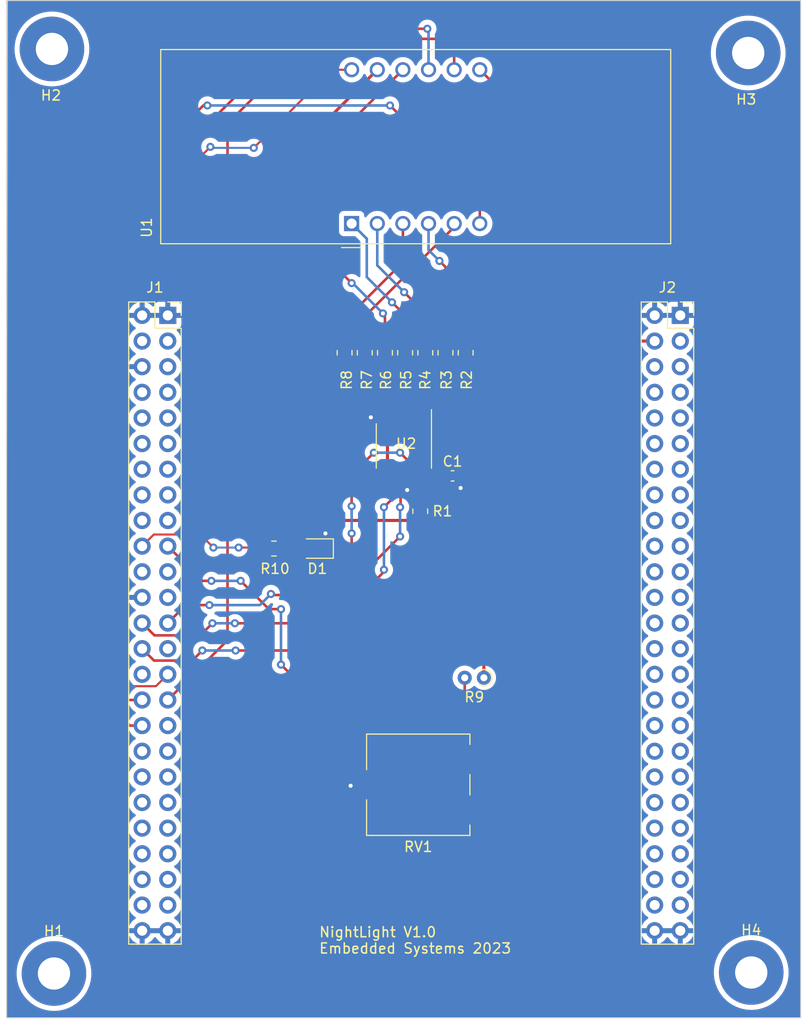
<source format=kicad_pcb>
(kicad_pcb (version 20221018) (generator pcbnew)
  (layers (0 "F.Cu" signal) (31 "B.Cu" signal) (34 "B.Paste" user) (35 "F.Paste" user) (36 "B.SilkS" user "B.Silkscreen") (37 "F.SilkS" user "F.Silkscreen") (38 "B.Mask" user) (39 "F.Mask" user) (44 "Edge.Cuts" user))
  (net 0 "")
  (net 1 "+5V")
  (net 2 "GND")
  (net 3 "Net-(D1-A)")
  (net 19 "LightSensor")
  (net 20 "LED")
  (net 24 "DS")
  (net 25 "ST_CP")
  (net 27 "SH_CP")
  (net 28 "Dig1")
  (net 30 "Dig3")
  (net 31 "Dig2")
  (net 33 "Dig4")
  (net 48 "+3V0")
  (net 91 "a")
  (net 92 "Net-(U1-a)")
  (net 93 "b")
  (net 94 "Net-(U1-b)")
  (net 95 "c")
  (net 96 "Net-(U1-c)")
  (net 97 "d")
  (net 98 "Net-(U1-d)")
  (net 99 "e")
  (net 100 "Net-(U1-e)")
  (net 101 "f")
  (net 102 "Net-(U1-f)")
  (net 103 "g")
  (net 104 "Net-(U1-g)")
  (net 105 "dp")
  (net 106 "Net-(U1-DPX)")
  (footprint "Connector_PinSocket_2.54mm:PinSocket_2x25_P2.54mm_Vertical" (layer "F.Cu") (at 174.4675 51.5)
    (fp_text reference "J2" (at -1.27 -2.77) (layer "F.SilkS"))
    (fp_text value "Discovery Board Conn 2")
    (fp_line (start -3.87 -1.33) (end -3.87 62.29) (stroke (width 0.12)) (layer "F.SilkS"))
    (fp_line (start -3.87 -1.33) (end -1.27 -1.33) (stroke (width 0.12)) (layer "F.SilkS"))
    (fp_line (start -3.87 62.29) (end 1.33 62.29) (stroke (width 0.12)) (layer "F.SilkS"))
    (fp_line (start -1.27 -1.33) (end -1.27 1.27) (stroke (width 0.12)) (layer "F.SilkS"))
    (fp_line (start -1.27 1.27) (end 1.33 1.27) (stroke (width 0.12)) (layer "F.SilkS"))
    (fp_line (start 0 -1.33) (end 1.33 -1.33) (stroke (width 0.12)) (layer "F.SilkS"))
    (fp_line (start 1.33 -1.33) (end 1.33 0) (stroke (width 0.12)) (layer "F.SilkS"))
    (fp_line (start 1.33 1.27) (end 1.33 62.29) (stroke (width 0.12)) (layer "F.SilkS"))
    (pad "1" thru_hole rect (at 0 0) (size 1.7 1.7) (drill 1) (layers "*.Cu" "*.Mask") (net 2 "GND"))
    (pad "2" thru_hole oval (at -2.54 0) (size 1.7 1.7) (drill 1) (layers "*.Cu" "*.Mask") (net 2 "GND"))
    (pad "3" thru_hole oval (at 0 2.54) (size 1.7 1.7) (drill 1) (layers "*.Cu" "*.Mask") (net 1 "+5V"))
    (pad "4" thru_hole oval (at -2.54 2.54) (size 1.7 1.7) (drill 1) (layers "*.Cu" "*.Mask") (net 1 "+5V"))
    (pad "5" thru_hole oval (at 0 5.08) (size 1.7 1.7) (drill 1) (layers "*.Cu" "*.Mask") (net 48 "+3V0"))
    (pad "6" thru_hole oval (at -2.54 5.08) (size 1.7 1.7) (drill 1) (layers "*.Cu" "*.Mask") (net 48 "+3V0"))
    (pad "7" thru_hole oval (at 0 7.62) (size 1.7 1.7) (drill 1) (layers "*.Cu" "*.Mask"))
    (pad "8" thru_hole oval (at -2.54 7.62) (size 1.7 1.7) (drill 1) (layers "*.Cu" "*.Mask"))
    (pad "9" thru_hole oval (at 0 10.16) (size 1.7 1.7) (drill 1) (layers "*.Cu" "*.Mask"))
    (pad "10" thru_hole oval (at -2.54 10.16) (size 1.7 1.7) (drill 1) (layers "*.Cu" "*.Mask"))
    (pad "11" thru_hole oval (at 0 12.7) (size 1.7 1.7) (drill 1) (layers "*.Cu" "*.Mask"))
    (pad "12" thru_hole oval (at -2.54 12.7) (size 1.7 1.7) (drill 1) (layers "*.Cu" "*.Mask"))
    (pad "13" thru_hole oval (at 0 15.24) (size 1.7 1.7) (drill 1) (layers "*.Cu" "*.Mask"))
    (pad "14" thru_hole oval (at -2.54 15.24) (size 1.7 1.7) (drill 1) (layers "*.Cu" "*.Mask"))
    (pad "15" thru_hole oval (at 0 17.78) (size 1.7 1.7) (drill 1) (layers "*.Cu" "*.Mask"))
    (pad "16" thru_hole oval (at -2.54 17.78) (size 1.7 1.7) (drill 1) (layers "*.Cu" "*.Mask"))
    (pad "17" thru_hole oval (at 0 20.32) (size 1.7 1.7) (drill 1) (layers "*.Cu" "*.Mask"))
    (pad "18" thru_hole oval (at -2.54 20.32) (size 1.7 1.7) (drill 1) (layers "*.Cu" "*.Mask"))
    (pad "19" thru_hole oval (at 0 22.86) (size 1.7 1.7) (drill 1) (layers "*.Cu" "*.Mask"))
    (pad "20" thru_hole oval (at -2.54 22.86) (size 1.7 1.7) (drill 1) (layers "*.Cu" "*.Mask"))
    (pad "21" thru_hole oval (at 0 25.4) (size 1.7 1.7) (drill 1) (layers "*.Cu" "*.Mask"))
    (pad "22" thru_hole oval (at -2.54 25.4) (size 1.7 1.7) (drill 1) (layers "*.Cu" "*.Mask"))
    (pad "23" thru_hole oval (at 0 27.94) (size 1.7 1.7) (drill 1) (layers "*.Cu" "*.Mask"))
    (pad "24" thru_hole oval (at -2.54 27.94) (size 1.7 1.7) (drill 1) (layers "*.Cu" "*.Mask"))
    (pad "25" thru_hole oval (at 0 30.48) (size 1.7 1.7) (drill 1) (layers "*.Cu" "*.Mask"))
    (pad "26" thru_hole oval (at -2.54 30.48) (size 1.7 1.7) (drill 1) (layers "*.Cu" "*.Mask"))
    (pad "27" thru_hole oval (at 0 33.02) (size 1.7 1.7) (drill 1) (layers "*.Cu" "*.Mask"))
    (pad "28" thru_hole oval (at -2.54 33.02) (size 1.7 1.7) (drill 1) (layers "*.Cu" "*.Mask"))
    (pad "29" thru_hole oval (at 0 35.56) (size 1.7 1.7) (drill 1) (layers "*.Cu" "*.Mask"))
    (pad "30" thru_hole oval (at -2.54 35.56) (size 1.7 1.7) (drill 1) (layers "*.Cu" "*.Mask"))
    (pad "31" thru_hole oval (at 0 38.1) (size 1.7 1.7) (drill 1) (layers "*.Cu" "*.Mask"))
    (pad "32" thru_hole oval (at -2.54 38.1) (size 1.7 1.7) (drill 1) (layers "*.Cu" "*.Mask"))
    (pad "33" thru_hole oval (at 0 40.64) (size 1.7 1.7) (drill 1) (layers "*.Cu" "*.Mask"))
    (pad "34" thru_hole oval (at -2.54 40.64) (size 1.7 1.7) (drill 1) (layers "*.Cu" "*.Mask"))
    (pad "35" thru_hole oval (at 0 43.18) (size 1.7 1.7) (drill 1) (layers "*.Cu" "*.Mask"))
    (pad "36" thru_hole oval (at -2.54 43.18) (size 1.7 1.7) (drill 1) (layers "*.Cu" "*.Mask"))
    (pad "37" thru_hole oval (at 0 45.72) (size 1.7 1.7) (drill 1) (layers "*.Cu" "*.Mask"))
    (pad "38" thru_hole oval (at -2.54 45.72) (size 1.7 1.7) (drill 1) (layers "*.Cu" "*.Mask"))
    (pad "39" thru_hole oval (at 0 48.26) (size 1.7 1.7) (drill 1) (layers "*.Cu" "*.Mask"))
    (pad "40" thru_hole oval (at -2.54 48.26) (size 1.7 1.7) (drill 1) (layers "*.Cu" "*.Mask"))
    (pad "41" thru_hole oval (at 0 50.8) (size 1.7 1.7) (drill 1) (layers "*.Cu" "*.Mask"))
    (pad "42" thru_hole oval (at -2.54 50.8) (size 1.7 1.7) (drill 1) (layers "*.Cu" "*.Mask"))
    (pad "43" thru_hole oval (at 0 53.34) (size 1.7 1.7) (drill 1) (layers "*.Cu" "*.Mask"))
    (pad "44" thru_hole oval (at -2.54 53.34) (size 1.7 1.7) (drill 1) (layers "*.Cu" "*.Mask"))
    (pad "45" thru_hole oval (at 0 55.88) (size 1.7 1.7) (drill 1) (layers "*.Cu" "*.Mask"))
    (pad "46" thru_hole oval (at -2.54 55.88) (size 1.7 1.7) (drill 1) (layers "*.Cu" "*.Mask"))
    (pad "47" thru_hole oval (at 0 58.42) (size 1.7 1.7) (drill 1) (layers "*.Cu" "*.Mask"))
    (pad "48" thru_hole oval (at -2.54 58.42) (size 1.7 1.7) (drill 1) (layers "*.Cu" "*.Mask"))
    (pad "49" thru_hole oval (at 0 60.96) (size 1.7 1.7) (drill 1) (layers "*.Cu" "*.Mask") (net 2 "GND"))
    (pad "50" thru_hole oval (at -2.54 60.96) (size 1.7 1.7) (drill 1) (layers "*.Cu" "*.Mask") (net 2 "GND"))
  )
  (footprint "Resistor_SMD:R_0805_2012Metric" (layer "F.Cu") (at 143.2 55.2 90)
    (fp_text reference "R7" (at -2.7 0.2 90) (layer "F.SilkS"))
    (fp_text value "100")
    (fp_line (start -0.227064 -0.735) (end 0.227064 -0.735) (stroke (width 0.12)) (layer "F.SilkS"))
    (fp_line (start -0.227064 0.735) (end 0.227064 0.735) (stroke (width 0.12)) (layer "F.SilkS"))
    (pad "1" smd roundrect (at -0.9125 0 90) (size 1.025 1.4) (layers "F.Cu" "F.Paste" "F.Mask") (roundrect_rratio 0.243902) (net 103 "g"))
    (pad "2" smd roundrect (at 0.9125 0 90) (size 1.025 1.4) (layers "F.Cu" "F.Paste" "F.Mask") (roundrect_rratio 0.243902) (net 104 "Net-(U1-g)"))
  )
  (footprint "Resistor_SMD:R_0805_2012Metric" (layer "F.Cu") (at 148.7 70.9 -90)
    (fp_text reference "R1" (at 0 -2.2 -180) (layer "F.SilkS"))
    (fp_text value "100")
    (fp_line (start -0.227064 -0.735) (end 0.227064 -0.735) (stroke (width 0.12)) (layer "F.SilkS"))
    (fp_line (start -0.227064 0.735) (end 0.227064 0.735) (stroke (width 0.12)) (layer "F.SilkS"))
    (pad "1" smd roundrect (at -0.9125 0 270) (size 1.025 1.4) (layers "F.Cu" "F.Paste" "F.Mask") (roundrect_rratio 0.243902) (net 91 "a"))
    (pad "2" smd roundrect (at 0.9125 0 270) (size 1.025 1.4) (layers "F.Cu" "F.Paste" "F.Mask") (roundrect_rratio 0.243902) (net 92 "Net-(U1-a)"))
  )
  (footprint "Resistor_SMD:R_0805_2012Metric" (layer "F.Cu") (at 147.2 55.2 90)
    (fp_text reference "R5" (at -2.7 0.1 90) (layer "F.SilkS"))
    (fp_text value "100")
    (fp_line (start -0.227064 -0.735) (end 0.227064 -0.735) (stroke (width 0.12)) (layer "F.SilkS"))
    (fp_line (start -0.227064 0.735) (end 0.227064 0.735) (stroke (width 0.12)) (layer "F.SilkS"))
    (pad "1" smd roundrect (at -0.9125 0 90) (size 1.025 1.4) (layers "F.Cu" "F.Paste" "F.Mask") (roundrect_rratio 0.243902) (net 99 "e"))
    (pad "2" smd roundrect (at 0.9125 0 90) (size 1.025 1.4) (layers "F.Cu" "F.Paste" "F.Mask") (roundrect_rratio 0.243902) (net 100 "Net-(U1-e)"))
  )
  (footprint "Resistor_THT:R_Axial_DIN0204_L3.6mm_D1.6mm_P1.90mm_Vertical" (layer "F.Cu") (at 155.005 87.4 180)
    (fp_text reference "R9" (at 0.95 -1.92) (layer "F.SilkS"))
    (fp_text value "1M")
    (fp_arc (start 0.320095 0.749359) (mid -0.813042 -0.054435) (end 0.417133 -0.7) (stroke (width 0.12)) (layer "F.SilkS"))
    (pad "1" thru_hole circle (at 0 0 180) (size 1.4 1.4) (drill 0.7) (layers "*.Cu" "*.Mask") (net 1 "+5V"))
    (pad "2" thru_hole oval (at 1.9 0 180) (size 1.4 1.4) (drill 0.7) (layers "*.Cu" "*.Mask") (net 19 "LightSensor"))
  )
  (footprint "Resistor_SMD:R_0805_2012Metric" (layer "F.Cu") (at 153.2 55.2 90)
    (fp_text reference "R2" (at -2.7 0.1 270) (layer "F.SilkS"))
    (fp_text value "100")
    (fp_line (start -0.227064 -0.735) (end 0.227064 -0.735) (stroke (width 0.12)) (layer "F.SilkS"))
    (fp_line (start -0.227064 0.735) (end 0.227064 0.735) (stroke (width 0.12)) (layer "F.SilkS"))
    (pad "1" smd roundrect (at -0.9125 0 90) (size 1.025 1.4) (layers "F.Cu" "F.Paste" "F.Mask") (roundrect_rratio 0.243902) (net 93 "b"))
    (pad "2" smd roundrect (at 0.9125 0 90) (size 1.025 1.4) (layers "F.Cu" "F.Paste" "F.Mask") (roundrect_rratio 0.243902) (net 94 "Net-(U1-b)"))
  )
  (footprint "MountingHole:MountingHole_3.2mm_M3_Pad" (layer "F.Cu") (at 181.2 25.5)
    (fp_text reference "H3" (at -0.2 4.6) (layer "F.SilkS"))
    (fp_text value "MountingHole")
    (pad "1" thru_hole circle (at 0 0) (size 6.4 6.4) (drill 3.2) (layers "*.Cu" "*.Mask"))
  )
  (footprint "Resistor_SMD:R_0805_2012Metric" (layer "F.Cu") (at 151.2 55.2 90)
    (fp_text reference "R3" (at -2.7 0.1 270) (layer "F.SilkS"))
    (fp_text value "100")
    (fp_line (start -0.227064 -0.735) (end 0.227064 -0.735) (stroke (width 0.12)) (layer "F.SilkS"))
    (fp_line (start -0.227064 0.735) (end 0.227064 0.735) (stroke (width 0.12)) (layer "F.SilkS"))
    (pad "1" smd roundrect (at -0.9125 0 90) (size 1.025 1.4) (layers "F.Cu" "F.Paste" "F.Mask") (roundrect_rratio 0.243902) (net 95 "c"))
    (pad "2" smd roundrect (at 0.9125 0 90) (size 1.025 1.4) (layers "F.Cu" "F.Paste" "F.Mask") (roundrect_rratio 0.243902) (net 96 "Net-(U1-c)"))
  )
  (footprint "Capacitor_SMD:C_0603_1608Metric" (layer "F.Cu") (at 151.9 67.4)
    (fp_text reference "C1" (at 0 -1.43) (layer "F.SilkS"))
    (fp_text value "0.1uF")
    (fp_line (start -0.14058 -0.51) (end 0.14058 -0.51) (stroke (width 0.12)) (layer "F.SilkS"))
    (fp_line (start -0.14058 0.51) (end 0.14058 0.51) (stroke (width 0.12)) (layer "F.SilkS"))
    (pad "1" smd roundrect (at -0.775 0) (size 0.9 0.95) (layers "F.Cu" "F.Paste" "F.Mask") (net 1 "+5V"))
    (pad "2" smd roundrect (at 0.775 0) (size 0.9 0.95) (layers "F.Cu" "F.Paste" "F.Mask") (net 2 "GND"))
  )
  (footprint "Package_SO:TSSOP-16_4.4x5mm_P0.65mm" (layer "F.Cu") (at 147.075 64.4375 -90)
    (fp_text reference "U2" (at -0.2375 -0.225 -180) (layer "F.SilkS"))
    (fp_text value "74HC595")
    (fp_line (start 0 -2.735) (end -3.6 -2.735) (stroke (width 0.12)) (layer "F.SilkS"))
    (fp_line (start 0 -2.735) (end 2.2 -2.735) (stroke (width 0.12)) (layer "F.SilkS"))
    (fp_line (start 0 2.735) (end -2.2 2.735) (stroke (width 0.12)) (layer "F.SilkS"))
    (fp_line (start 0 2.735) (end 2.2 2.735) (stroke (width 0.12)) (layer "F.SilkS"))
    (pad "1" smd roundrect (at -2.8625 -2.275 270) (size 1.475 0.4) (layers "F.Cu" "F.Paste" "F.Mask") (net 93 "b"))
    (pad "2" smd roundrect (at -2.8625 -1.625 270) (size 1.475 0.4) (layers "F.Cu" "F.Paste" "F.Mask") (net 95 "c"))
    (pad "3" smd roundrect (at -2.8625 -0.975 270) (size 1.475 0.4) (layers "F.Cu" "F.Paste" "F.Mask") (net 97 "d"))
    (pad "4" smd roundrect (at -2.8625 -0.325 270) (size 1.475 0.4) (layers "F.Cu" "F.Paste" "F.Mask") (net 99 "e"))
    (pad "5" smd roundrect (at -2.8625 0.325 270) (size 1.475 0.4) (layers "F.Cu" "F.Paste" "F.Mask") (net 101 "f"))
    (pad "6" smd roundrect (at -2.8625 0.975 270) (size 1.475 0.4) (layers "F.Cu" "F.Paste" "F.Mask") (net 103 "g"))
    (pad "7" smd roundrect (at -2.8625 1.625 270) (size 1.475 0.4) (layers "F.Cu" "F.Paste" "F.Mask") (net 105 "dp"))
    (pad "8" smd roundrect (at -2.8625 2.275 270) (size 1.475 0.4) (layers "F.Cu" "F.Paste" "F.Mask") (net 2 "GND"))
    (pad "9" smd roundrect (at 2.8625 2.275 270) (size 1.475 0.4) (layers "F.Cu" "F.Paste" "F.Mask"))
    (pad "10" smd roundrect (at 2.8625 1.625 270) (size 1.475 0.4) (layers "F.Cu" "F.Paste" "F.Mask") (net 1 "+5V"))
    (pad "11" smd roundrect (at 2.8625 0.975 270) (size 1.475 0.4) (layers "F.Cu" "F.Paste" "F.Mask") (net 27 "SH_CP"))
    (pad "12" smd roundrect (at 2.8625 0.325 270) (size 1.475 0.4) (layers "F.Cu" "F.Paste" "F.Mask") (net 25 "ST_CP"))
    (pad "13" smd roundrect (at 2.8625 -0.325 270) (size 1.475 0.4) (layers "F.Cu" "F.Paste" "F.Mask") (net 2 "GND"))
    (pad "14" smd roundrect (at 2.8625 -0.975 270) (size 1.475 0.4) (layers "F.Cu" "F.Paste" "F.Mask") (net 24 "DS"))
    (pad "15" smd roundrect (at 2.8625 -1.625 270) (size 1.475 0.4) (layers "F.Cu" "F.Paste" "F.Mask") (net 91 "a"))
    (pad "16" smd roundrect (at 2.8625 -2.275 270) (size 1.475 0.4) (layers "F.Cu" "F.Paste" "F.Mask") (net 1 "+5V"))
  )
  (footprint "MountingHole:MountingHole_3.2mm_M3_Pad" (layer "F.Cu") (at 181.5 116.6)
    (fp_text reference "H4" (at 0 -4.2) (layer "F.SilkS"))
    (fp_text value "MountingHole")
    (pad "1" thru_hole circle (at 0 0) (size 6.4 6.4) (drill 3.2) (layers "*.Cu" "*.Mask"))
  )
  (footprint "Resistor_SMD:R_0805_2012Metric" (layer "F.Cu") (at 141.2 55.2 90)
    (fp_text reference "R8" (at -2.7 0.2 270) (layer "F.SilkS"))
    (fp_text value "100")
    (fp_line (start -0.227064 -0.735) (end 0.227064 -0.735) (stroke (width 0.12)) (layer "F.SilkS"))
    (fp_line (start -0.227064 0.735) (end 0.227064 0.735) (stroke (width 0.12)) (layer "F.SilkS"))
    (pad "1" smd roundrect (at -0.9125 0 90) (size 1.025 1.4) (layers "F.Cu" "F.Paste" "F.Mask") (roundrect_rratio 0.243902) (net 105 "dp"))
    (pad "2" smd roundrect (at 0.9125 0 90) (size 1.025 1.4) (layers "F.Cu" "F.Paste" "F.Mask") (roundrect_rratio 0.243902) (net 106 "Net-(U1-DPX)"))
  )
  (footprint "MountingHole:MountingHole_3.2mm_M3_Pad" (layer "F.Cu") (at 112.2 25.1)
    (fp_text reference "H2" (at -0.1 4.6) (layer "F.SilkS"))
    (fp_text value "MountingHole")
    (pad "1" thru_hole circle (at 0 0) (size 6.4 6.4) (drill 3.2) (layers "*.Cu" "*.Mask"))
  )
  (footprint "Resistor_SMD:R_0805_2012Metric" (layer "F.Cu") (at 134.2 74.6 180)
    (fp_text reference "R10" (at -0.1 -2) (layer "F.SilkS"))
    (fp_text value "330")
    (fp_line (start -0.227064 -0.735) (end 0.227064 -0.735) (stroke (width 0.12)) (layer "F.SilkS"))
    (fp_line (start -0.227064 0.735) (end 0.227064 0.735) (stroke (width 0.12)) (layer "F.SilkS"))
    (pad "1" smd roundrect (at -0.9125 0 180) (size 1.025 1.4) (layers "F.Cu" "F.Paste" "F.Mask") (roundrect_rratio 0.243902) (net 3 "Net-(D1-A)"))
    (pad "2" smd roundrect (at 0.9125 0 180) (size 1.025 1.4) (layers "F.Cu" "F.Paste" "F.Mask") (roundrect_rratio 0.243902) (net 20 "LED"))
  )
  (footprint "Resistor_SMD:R_0805_2012Metric" (layer "F.Cu") (at 149.2 55.2 90)
    (fp_text reference "R4" (at -2.7 0 90) (layer "F.SilkS"))
    (fp_text value "100")
    (fp_line (start -0.227064 -0.735) (end 0.227064 -0.735) (stroke (width 0.12)) (layer "F.SilkS"))
    (fp_line (start -0.227064 0.735) (end 0.227064 0.735) (stroke (width 0.12)) (layer "F.SilkS"))
    (pad "1" smd roundrect (at -0.9125 0 90) (size 1.025 1.4) (layers "F.Cu" "F.Paste" "F.Mask") (roundrect_rratio 0.243902) (net 97 "d"))
    (pad "2" smd roundrect (at 0.9125 0 90) (size 1.025 1.4) (layers "F.Cu" "F.Paste" "F.Mask") (roundrect_rratio 0.243902) (net 98 "Net-(U1-d)"))
  )
  (footprint "LED_SMD:LED_0805_2012Metric" (layer "F.Cu") (at 138.4 74.6 180)
    (fp_text reference "D1" (at -0.1 -2) (layer "F.SilkS"))
    (fp_text value "LED")
    (fp_line (start -1.685 -0.96) (end -1.685 0.96) (stroke (width 0.12)) (layer "F.SilkS"))
    (fp_line (start -1.685 0.96) (end 1 0.96) (stroke (width 0.12)) (layer "F.SilkS"))
    (fp_line (start 1 -0.96) (end -1.685 -0.96) (stroke (width 0.12)) (layer "F.SilkS"))
    (pad "1" smd roundrect (at -0.9375 0 180) (size 0.975 1.4) (layers "F.Cu" "F.Paste" "F.Mask") (net 2 "GND"))
    (pad "2" smd roundrect (at 0.9375 0 180) (size 0.975 1.4) (layers "F.Cu" "F.Paste" "F.Mask") (net 3 "Net-(D1-A)"))
  )
  (footprint "Display_7Segment:CA56-12EWA" (layer "F.Cu") (at 141.9 42.4 90)
    (fp_text reference "U1" (at -0.4 -20.31 90) (layer "F.SilkS"))
    (fp_text value "CA56-12EWA")
    (fp_line (start -2.38 -1) (end -2.38 1) (stroke (width 0.12)) (layer "F.SilkS"))
    (fp_line (start -2 -18.92) (end -2 31.62) (stroke (width 0.12)) (layer "F.SilkS"))
    (fp_line (start -2 -18.92) (end 17.24 -18.92) (stroke (width 0.12)) (layer "F.SilkS"))
    (fp_line (start -2 31.62) (end 17.24 31.62) (stroke (width 0.12)) (layer "F.SilkS"))
    (fp_line (start 17.24 31.62) (end 17.24 -18.92) (stroke (width 0.12)) (layer "F.SilkS"))
    (pad "1" thru_hole rect (at 0 0 90) (size 1.5 1.5) (drill 1) (layers "*.Cu" "*.Mask") (net 100 "Net-(U1-e)"))
    (pad "2" thru_hole circle (at 0 2.54 90) (size 1.5 1.5) (drill 1) (layers "*.Cu" "*.Mask") (net 98 "Net-(U1-d)"))
    (pad "3" thru_hole circle (at 0 5.08 90) (size 1.5 1.5) (drill 1) (layers "*.Cu" "*.Mask") (net 106 "Net-(U1-DPX)"))
    (pad "4" thru_hole circle (at 0 7.62 90) (size 1.5 1.5) (drill 1) (layers "*.Cu" "*.Mask") (net 96 "Net-(U1-c)"))
    (pad "5" thru_hole circle (at 0 10.16 90) (size 1.5 1.5) (drill 1) (layers "*.Cu" "*.Mask") (net 104 "Net-(U1-g)"))
    (pad "6" thru_hole circle (at 0 12.7 90) (size 1.5 1.5) (drill 1) (layers "*.Cu" "*.Mask") (net 33 "Dig4"))
    (pad "7" thru_hole circle (at 15.24 12.7 90) (size 1.5 1.5) (drill 1) (layers "*.Cu" "*.Mask") (net 94 "Net-(U1-b)"))
    (pad "8" thru_hole circle (at 15.24 10.16 90) (size 1.5 1.5) (drill 1) (layers "*.Cu" "*.Mask") (net 30 "Dig3"))
    (pad "9" thru_hole circle (at 15.24 7.62 90) (size 1.5 1.5) (drill 1) (layers "*.Cu" "*.Mask") (net 31 "Dig2"))
    (pad "10" thru_hole circle (at 15.24 5.08 90) (size 1.5 1.5) (drill 1) (layers "*.Cu" "*.Mask") (net 102 "Net-(U1-f)"))
    (pad "11" thru_hole circle (at 15.24 2.54 90) (size 1.5 1.5) (drill 1) (layers "*.Cu" "*.Mask") (net 92 "Net-(U1-a)"))
    (pad "12" thru_hole circle (at 15.24 0 90) (size 1.5 1.5) (drill 1) (layers "*.Cu" "*.Mask") (net 28 "Dig1"))
  )
  (footprint "Potentiometer_SMD:Potentiometer_ACP_CA9-VSMD_Vertical" (layer "F.Cu") (at 148.5 98 180)
    (fp_text reference "RV1" (at 0 -6.15) (layer "F.SilkS"))
    (fp_text value "100k")
    (fp_line (start -5.12 -5.021) (end -5.12 -3.991) (stroke (width 0.12)) (layer "F.SilkS"))
    (fp_line (start -5.12 -5.021) (end 5.12 -5.021) (stroke (width 0.12)) (layer "F.SilkS"))
    (fp_line (start -5.12 -1.009) (end -5.12 1.01) (stroke (width 0.12)) (layer "F.SilkS"))
    (fp_line (start -5.12 3.99) (end -5.12 5.02) (stroke (width 0.12)) (layer "F.SilkS"))
    (fp_line (start -5.12 5.02) (end 5.12 5.02) (stroke (width 0.12)) (layer "F.SilkS"))
    (fp_line (start 5.12 -5.021) (end 5.12 -1.49) (stroke (width 0.12)) (layer "F.SilkS"))
    (fp_line (start 5.12 1.49) (end 5.12 5.02) (stroke (width 0.12)) (layer "F.SilkS"))
    (pad "1" smd rect (at -4.625 2.5 180) (size 2.5 2.5) (layers "F.Cu" "F.Paste" "F.Mask") (net 19 "LightSensor"))
    (pad "2" smd rect (at 4.625 0 180) (size 2.5 2.5) (layers "F.Cu" "F.Paste" "F.Mask") (net 2 "GND"))
    (pad "3" smd rect (at -4.625 -2.5 180) (size 2.5 2.5) (layers "F.Cu" "F.Paste" "F.Mask"))
  )
  (footprint "Connector_PinSocket_2.54mm:PinSocket_2x25_P2.54mm_Vertical" (layer "F.Cu") (at 123.6775 51.5)
    (fp_text reference "J1" (at -1.27 -2.77) (layer "F.SilkS"))
    (fp_text value "Discovery Board Conn 1")
    (fp_line (start -3.87 -1.33) (end -3.87 62.29) (stroke (width 0.12)) (layer "F.SilkS"))
    (fp_line (start -3.87 -1.33) (end -1.27 -1.33) (stroke (width 0.12)) (layer "F.SilkS"))
    (fp_line (start -3.87 62.29) (end 1.33 62.29) (stroke (width 0.12)) (layer "F.SilkS"))
    (fp_line (start -1.27 -1.33) (end -1.27 1.27) (stroke (width 0.12)) (layer "F.SilkS"))
    (fp_line (start -1.27 1.27) (end 1.33 1.27) (stroke (width 0.12)) (layer "F.SilkS"))
    (fp_line (start 0 -1.33) (end 1.33 -1.33) (stroke (width 0.12)) (layer "F.SilkS"))
    (fp_line (start 1.33 -1.33) (end 1.33 0) (stroke (width 0.12)) (layer "F.SilkS"))
    (fp_line (start 1.33 1.27) (end 1.33 62.29) (stroke (width 0.12)) (layer "F.SilkS"))
    (pad "1" thru_hole rect (at 0 0) (size 1.7 1.7) (drill 1) (layers "*.Cu" "*.Mask") (net 2 "GND"))
    (pad "2" thru_hole oval (at -2.54 0) (size 1.7 1.7) (drill 1) (layers "*.Cu" "*.Mask") (net 2 "GND"))
    (pad "3" thru_hole oval (at 0 2.54) (size 1.7 1.7) (drill 1) (layers "*.Cu" "*.Mask"))
    (pad "4" thru_hole oval (at -2.54 2.54) (size 1.7 1.7) (drill 1) (layers "*.Cu" "*.Mask"))
    (pad "5" thru_hole oval (at 0 5.08) (size 1.7 1.7) (drill 1) (layers "*.Cu" "*.Mask"))
    (pad "6" thru_hole oval (at -2.54 5.08) (size 1.7 1.7) (drill 1) (layers "*.Cu" "*.Mask") (net 2 "GND"))
    (pad "7" thru_hole oval (at 0 7.62) (size 1.7 1.7) (drill 1) (layers "*.Cu" "*.Mask"))
    (pad "8" thru_hole oval (at -2.54 7.62) (size 1.7 1.7) (drill 1) (layers "*.Cu" "*.Mask"))
    (pad "9" thru_hole oval (at 0 10.16) (size 1.7 1.7) (drill 1) (layers "*.Cu" "*.Mask"))
    (pad "10" thru_hole oval (at -2.54 10.16) (size 1.7 1.7) (drill 1) (layers "*.Cu" "*.Mask"))
    (pad "11" thru_hole oval (at 0 12.7) (size 1.7 1.7) (drill 1) (layers "*.Cu" "*.Mask"))
    (pad "12" thru_hole oval (at -2.54 12.7) (size 1.7 1.7) (drill 1) (layers "*.Cu" "*.Mask"))
    (pad "13" thru_hole oval (at 0 15.24) (size 1.7 1.7) (drill 1) (layers "*.Cu" "*.Mask"))
    (pad "14" thru_hole oval (at -2.54 15.24) (size 1.7 1.7) (drill 1) (layers "*.Cu" "*.Mask"))
    (pad "15" thru_hole oval (at 0 17.78) (size 1.7 1.7) (drill 1) (layers "*.Cu" "*.Mask"))
    (pad "16" thru_hole oval (at -2.54 17.78) (size 1.7 1.7) (drill 1) (layers "*.Cu" "*.Mask"))
    (pad "17" thru_hole oval (at 0 20.32) (size 1.7 1.7) (drill 1) (layers "*.Cu" "*.Mask"))
    (pad "18" thru_hole oval (at -2.54 20.32) (size 1.7 1.7) (drill 1) (layers "*.Cu" "*.Mask"))
    (pad "19" thru_hole oval (at 0 22.86) (size 1.7 1.7) (drill 1) (layers "*.Cu" "*.Mask") (net 19 "LightSensor"))
    (pad "20" thru_hole oval (at -2.54 22.86) (size 1.7 1.7) (drill 1) (layers "*.Cu" "*.Mask") (net 20 "LED"))
    (pad "21" thru_hole oval (at 0 25.4) (size 1.7 1.7) (drill 1) (layers "*.Cu" "*.Mask"))
    (pad "22" thru_hole oval (at -2.54 25.4) (size 1.7 1.7) (drill 1) (layers "*.Cu" "*.Mask"))
    (pad "23" thru_hole oval (at 0 27.94) (size 1.7 1.7) (drill 1) (layers "*.Cu" "*.Mask"))
    (pad "24" thru_hole oval (at -2.54 27.94) (size 1.7 1.7) (drill 1) (layers "*.Cu" "*.Mask") (net 2 "GND"))
    (pad "25" thru_hole oval (at 0 30.48) (size 1.7 1.7) (drill 1) (layers "*.Cu" "*.Mask") (net 24 "DS"))
    (pad "26" thru_hole oval (at -2.54 30.48) (size 1.7 1.7) (drill 1) (layers "*.Cu" "*.Mask") (net 25 "ST_CP"))
    (pad "27" thru_hole oval (at 0 33.02) (size 1.7 1.7) (drill 1) (layers "*.Cu" "*.Mask"))
    (pad "28" thru_hole oval (at -2.54 33.02) (size 1.7 1.7) (drill 1) (layers "*.Cu" "*.Mask") (net 27 "SH_CP"))
    (pad "29" thru_hole oval (at 0 35.56) (size 1.7 1.7) (drill 1) (layers "*.Cu" "*.Mask") (net 28 "Dig1"))
    (pad "30" thru_hole oval (at -2.54 35.56) (size 1.7 1.7) (drill 1) (layers "*.Cu" "*.Mask"))
    (pad "31" thru_hole oval (at 0 38.1) (size 1.7 1.7) (drill 1) (layers "*.Cu" "*.Mask") (net 30 "Dig3"))
    (pad "32" thru_hole oval (at -2.54 38.1) (size 1.7 1.7) (drill 1) (layers "*.Cu" "*.Mask") (net 31 "Dig2"))
    (pad "33" thru_hole oval (at 0 40.64) (size 1.7 1.7) (drill 1) (layers "*.Cu" "*.Mask"))
    (pad "34" thru_hole oval (at -2.54 40.64) (size 1.7 1.7) (drill 1) (layers "*.Cu" "*.Mask") (net 33 "Dig4"))
    (pad "35" thru_hole oval (at 0 43.18) (size 1.7 1.7) (drill 1) (layers "*.Cu" "*.Mask"))
    (pad "36" thru_hole oval (at -2.54 43.18) (size 1.7 1.7) (drill 1) (layers "*.Cu" "*.Mask"))
    (pad "37" thru_hole oval (at 0 45.72) (size 1.7 1.7) (drill 1) (layers "*.Cu" "*.Mask"))
    (pad "38" thru_hole oval (at -2.54 45.72) (size 1.7 1.7) (drill 1) (layers "*.Cu" "*.Mask"))
    (pad "39" thru_hole oval (at 0 48.26) (size 1.7 1.7) (drill 1) (layers "*.Cu" "*.Mask"))
    (pad "40" thru_hole oval (at -2.54 48.26) (size 1.7 1.7) (drill 1) (layers "*.Cu" "*.Mask"))
    (pad "41" thru_hole oval (at 0 50.8) (size 1.7 1.7) (drill 1) (layers "*.Cu" "*.Mask"))
    (pad "42" thru_hole oval (at -2.54 50.8) (size 1.7 1.7) (drill 1) (layers "*.Cu" "*.Mask"))
    (pad "43" thru_hole oval (at 0 53.34) (size 1.7 1.7) (drill 1) (layers "*.Cu" "*.Mask"))
    (pad "44" thru_hole oval (at -2.54 53.34) (size 1.7 1.7) (drill 1) (layers "*.Cu" "*.Mask"))
    (pad "45" thru_hole oval (at 0 55.88) (size 1.7 1.7) (drill 1) (layers "*.Cu" "*.Mask"))
    (pad "46" thru_hole oval (at -2.54 55.88) (size 1.7 1.7) (drill 1) (layers "*.Cu" "*.Mask"))
    (pad "47" thru_hole oval (at 0 58.42) (size 1.7 1.7) (drill 1) (layers "*.Cu" "*.Mask"))
    (pad "48" thru_hole oval (at -2.54 58.42) (size 1.7 1.7) (drill 1) (layers "*.Cu" "*.Mask"))
    (pad "49" thru_hole oval (at 0 60.96) (size 1.7 1.7) (drill 1) (layers "*.Cu" "*.Mask") (net 2 "GND"))
    (pad "50" thru_hole oval (at -2.54 60.96) (size 1.7 1.7) (drill 1) (layers "*.Cu" "*.Mask") (net 2 "GND"))
  )
  (footprint "Resistor_SMD:R_0805_2012Metric" (layer "F.Cu") (at 145.2 55.2 90)
    (fp_text reference "R6" (at -2.7 0.1 270) (layer "F.SilkS"))
    (fp_text value "100")
    (fp_line (start -0.227064 -0.735) (end 0.227064 -0.735) (stroke (width 0.12)) (layer "F.SilkS"))
    (fp_line (start -0.227064 0.735) (end 0.227064 0.735) (stroke (width 0.12)) (layer "F.SilkS"))
    (pad "1" smd roundrect (at -0.9125 0 90) (size 1.025 1.4) (layers "F.Cu" "F.Paste" "F.Mask") (roundrect_rratio 0.243902) (net 101 "f"))
    (pad "2" smd roundrect (at 0.9125 0 90) (size 1.025 1.4) (layers "F.Cu" "F.Paste" "F.Mask") (roundrect_rratio 0.243902) (net 102 "Net-(U1-f)"))
  )
  (footprint "MountingHole:MountingHole_3.2mm_M3_Pad" (layer "F.Cu") (at 112.4 116.7)
    (fp_text reference "H1" (at 0 -4.2) (layer "F.SilkS"))
    (fp_text value "MountingHole")
    (pad "1" thru_hole circle (at 0 0) (size 6.4 6.4) (drill 3.2) (layers "*.Cu" "*.Mask"))
  )
  (gr_rect (start 107.7 20.3) (end 186.4 121.1) (stroke (width 0.1)) (fill none) (layer "Edge.Cuts"))
  (gr_text "NightLight V1.0\nEmbedded Systems 2023" (at 138.6 114.8) (layer "F.SilkS") (effects (font (size 1 1)) (justify left bottom)))
  (segment (start 149.45 67.4) (end 149.35 67.3) (width 0.3048) (layer "F.Cu") (net 1))
  (segment (start 164.485 54.04) (end 155.0625 63.4625) (width 0.3048) (layer "F.Cu") (net 1))
  (segment (start 149.35 64.25) (end 149.35 67.3) (width 0.3048) (layer "F.Cu") (net 1))
  (segment (start 155.0625 63.4625) (end 154.4625 64.0625) (width 0.3048) (layer "F.Cu") (net 1))
  (segment (start 149 63.9) (end 149.35 64.25) (width 0.3048) (layer "F.Cu") (net 1))
  (segment (start 145.7 63.9) (end 149 63.9) (width 0.3048) (layer "F.Cu") (net 1))
  (segment (start 155.005 87.4) (end 155.005 63.52) (width 0.3048) (layer "F.Cu") (net 1))
  (segment (start 171.9275 54.04) (end 164.485 54.04) (width 0.3048) (layer "F.Cu") (net 1))
  (segment (start 145.45 64.15) (end 145.7 63.9) (width 0.3048) (layer "F.Cu") (net 1))
  (segment (start 151.125 67.4) (end 149.45 67.4) (width 0.3048) (layer "F.Cu") (net 1))
  (segment (start 154.4625 64.0625) (end 151.125 67.4) (width 0.3048) (layer "F.Cu") (net 1))
  (segment (start 155.005 63.52) (end 155.0625 63.4625) (width 0.3048) (layer "F.Cu") (net 1))
  (segment (start 145.45 67.3) (end 145.45 64.15) (width 0.3048) (layer "F.Cu") (net 1))
  (segment (start 152.675 67.4) (end 152.675 68.575) (width 0.508) (layer "F.Cu") (net 2))
  (segment (start 147.4 67.3) (end 147.4 68.8) (width 0.254) (layer "F.Cu") (net 2))
  (segment (start 143.875 98) (end 141.9 98) (width 0.508) (layer "F.Cu") (net 2))
  (segment (start 143.825 61.575) (end 143.8 61.6) (width 0.3048) (layer "F.Cu") (net 2))
  (segment (start 152.675 68.575) (end 152.7 68.6) (width 0.508) (layer "F.Cu") (net 2))
  (segment (start 139.3 73.1) (end 139.3 74.5625) (width 0.508) (layer "F.Cu") (net 2))
  (segment (start 139.3 74.5625) (end 139.3375 74.6) (width 0.508) (layer "F.Cu") (net 2))
  (segment (start 141.9 98) (end 141.8 98.1) (width 0.508) (layer "F.Cu") (net 2))
  (segment (start 144.8 61.575) (end 143.825 61.575) (width 0.3048) (layer "F.Cu") (net 2))
  (via (at 152.7 68.6) (size 0.6) (drill 0.4) (layers "F.Cu" "B.Cu") (net 2))
  (via (at 143.8 61.6) (size 0.6) (drill 0.4) (layers "F.Cu" "B.Cu") (net 2))
  (via (at 147.4 68.8) (size 0.6) (drill 0.4) (layers "F.Cu" "B.Cu") (net 2))
  (via (at 139.3 73.1) (size 0.6) (drill 0.4) (layers "F.Cu" "B.Cu") (net 2))
  (via (at 141.8 98.1) (size 0.6) (drill 0.4) (layers "F.Cu" "B.Cu") (net 2))
  (segment (start 135.1125 74.6) (end 137.4625 74.6) (width 0.2032) (layer "F.Cu") (net 3))
  (segment (start 153.105 90.7) (end 139.5 90.7) (width 0.254) (layer "F.Cu") (net 19))
  (segment (start 153.105 90.7) (end 153.105 95.48) (width 0.254) (layer "F.Cu") (net 19))
  (segment (start 128 77.8) (end 127.1175 77.8) (width 0.254) (layer "F.Cu") (net 19))
  (segment (start 139.5 90.7) (end 134.9 86.1) (width 0.254) (layer "F.Cu") (net 19))
  (segment (start 133.7 80.6) (end 130.9 77.8) (width 0.254) (layer "F.Cu") (net 19))
  (segment (start 134.9 80.6) (end 133.7 80.6) (width 0.254) (layer "F.Cu") (net 19))
  (segment (start 127.1175 77.8) (end 123.6775 74.36) (width 0.254) (layer "F.Cu") (net 19))
  (segment (start 153.105 95.48) (end 153.125 95.5) (width 0.254) (layer "F.Cu") (net 19))
  (segment (start 153.105 87.4) (end 153.105 90.7) (width 0.254) (layer "F.Cu") (net 19))
  (via (at 134.9 80.6) (size 0.8) (drill 0.4) (layers "F.Cu" "B.Cu") (net 19))
  (via (at 134.9 86.1) (size 0.8) (drill 0.4) (layers "F.Cu" "B.Cu") (net 19))
  (via (at 128 77.8) (size 0.8) (drill 0.4) (layers "F.Cu" "B.Cu") (net 19))
  (via (at 130.9 77.8) (size 0.8) (drill 0.4) (layers "F.Cu" "B.Cu") (net 19))
  (segment (start 130.9 77.8) (end 128 77.8) (width 0.254) (layer "B.Cu") (net 19))
  (segment (start 134.9 80.6) (end 134.9 83.3) (width 0.254) (layer "B.Cu") (net 19))
  (segment (start 134.9 83.3) (end 134.9 86.1) (width 0.254) (layer "B.Cu") (net 19))
  (segment (start 133.1875 74.5) (end 133.2875 74.6) (width 0.2032) (layer "F.Cu") (net 20))
  (segment (start 121.1375 74.36) (end 122.2891 73.2084) (width 0.2032) (layer "F.Cu") (net 20))
  (segment (start 122.2891 73.2084) (end 126.9084 73.2084) (width 0.2032) (layer "F.Cu") (net 20))
  (segment (start 130.7 74.5) (end 133.1875 74.5) (width 0.2032) (layer "F.Cu") (net 20))
  (segment (start 126.9084 73.2084) (end 128.2 74.5) (width 0.2032) (layer "F.Cu") (net 20))
  (via (at 128.2 74.5) (size 0.8) (drill 0.4) (layers "F.Cu" "B.Cu") (net 20))
  (via (at 130.7 74.5) (size 0.8) (drill 0.4) (layers "F.Cu" "B.Cu") (net 20))
  (segment (start 128.2 74.5) (end 130.7 74.5) (width 0.2032) (layer "B.Cu") (net 20))
  (segment (start 125.4575 80.2) (end 123.6775 81.98) (width 0.254) (layer "F.Cu") (net 24))
  (segment (start 141.9 76.3) (end 139 79.2) (width 0.254) (layer "F.Cu") (net 24))
  (segment (start 141.9 67.3) (end 141.9 70.4) (width 0.254) (layer "F.Cu") (net 24))
  (segment (start 127.8 80.2) (end 125.4575 80.2) (width 0.254) (layer "F.Cu") (net 24))
  (segment (start 148.05 66.45) (end 146.7 65.1) (width 0.254) (layer "F.Cu") (net 24))
  (segment (start 144.1 65.1) (end 141.9 67.3) (width 0.254) (layer "F.Cu") (net 24))
  (segment (start 141.9 73.1) (end 141.9 76.3) (width 0.254) (layer "F.Cu") (net 24))
  (segment (start 148.05 67.3) (end 148.05 66.45) (width 0.254) (layer "F.Cu") (net 24))
  (segment (start 139 79.2) (end 134 79.2) (width 0.254) (layer "F.Cu") (net 24))
  (segment (start 134 79.2) (end 133.9 79.1) (width 0.254) (layer "F.Cu") (net 24))
  (via (at 127.8 80.2) (size 0.8) (drill 0.4) (layers "F.Cu" "B.Cu") (net 24))
  (via (at 141.9 70.4) (size 0.8) (drill 0.4) (layers "F.Cu" "B.Cu") (net 24))
  (via (at 141.9 73.1) (size 0.8) (drill 0.4) (layers "F.Cu" "B.Cu") (net 24))
  (via (at 146.7 65.1) (size 0.8) (drill 0.4) (layers "F.Cu" "B.Cu") (net 24))
  (via (at 133.9 79.1) (size 0.8) (drill 0.4) (layers "F.Cu" "B.Cu") (net 24))
  (via (at 144.1 65.1) (size 0.8) (drill 0.4) (layers "F.Cu" "B.Cu") (net 24))
  (segment (start 146.7 65.1) (end 144.1 65.1) (width 0.254) (layer "B.Cu") (net 24))
  (segment (start 132.8 80.2) (end 127.8 80.2) (width 0.254) (layer "B.Cu") (net 24))
  (segment (start 141.9 70.4) (end 141.9 73.1) (width 0.254) (layer "B.Cu") (net 24))
  (segment (start 133.9 79.1) (end 132.8 80.2) (width 0.254) (layer "B.Cu") (net 24))
  (segment (start 146.75 70.45) (end 146.7 70.5) (width 0.254) (layer "F.Cu") (net 25))
  (segment (start 146.75 67.3) (end 146.75 70.45) (width 0.254) (layer "F.Cu") (net 25))
  (segment (start 122.3575 83.2) (end 126.9 83.2) (width 0.254) (layer "F.Cu") (net 25))
  (segment (start 121.1375 81.98) (end 122.3575 83.2) (width 0.254) (layer "F.Cu") (net 25))
  (segment (start 130.8 82) (end 130.3265 82) (width 0.254) (layer "F.Cu") (net 25))
  (segment (start 146.7 73.4) (end 138.1 82) (width 0.254) (layer "F.Cu") (net 25))
  (segment (start 126.9 83.2) (end 128.1 82) (width 0.254) (layer "F.Cu") (net 25))
  (segment (start 138.1 82) (end 130.8 82) (width 0.254) (layer "F.Cu") (net 25))
  (via (at 128.1 82) (size 0.8) (drill 0.4) (layers "F.Cu" "B.Cu") (net 25))
  (via (at 146.7 73.4) (size 0.8) (drill 0.4) (layers "F.Cu" "B.Cu") (net 25))
  (via (at 146.7 70.5) (size 0.8) (drill 0.4) (layers "F.Cu" "B.Cu") (net 25))
  (via (at 130.3265 82) (size 0.8) (drill 0.4) (layers "F.Cu" "B.Cu") (net 25))
  (segment (start 146.7 70.5) (end 146.7 73.4) (width 0.254) (layer "B.Cu") (net 25))
  (segment (start 130.3265 82) (end 128.1 82) (width 0.254) (layer "B.Cu") (net 25))
  (segment (start 121.1375 84.52) (end 122.3145 85.697) (width 0.254) (layer "F.Cu") (net 27))
  (segment (start 126.103 85.697) (end 127.1 84.7) (width 0.254) (layer "F.Cu") (net 27))
  (segment (start 146.1 69.5) (end 145.1 70.5) (width 0.254) (layer "F.Cu") (net 27))
  (segment (start 145.1 76.9) (end 137.3 84.7) (width 0.254) (layer "F.Cu") (net 27))
  (segment (start 137.3 84.7) (end 130.4 84.7) (width 0.254) (layer "F.Cu") (net 27))
  (segment (start 145.1 76.7) (end 145.1 76.9) (width 0.254) (layer "F.Cu") (net 27))
  (segment (start 122.3145 85.697) (end 126.103 85.697) (width 0.254) (layer "F.Cu") (net 27))
  (segment (start 146.1 67.3) (end 146.1 69.5) (width 0.254) (layer "F.Cu") (net 27))
  (via (at 127.1 84.7) (size 0.8) (drill 0.4) (layers "F.Cu" "B.Cu") (net 27))
  (via (at 145.1 76.7) (size 0.8) (drill 0.4) (layers "F.Cu" "B.Cu") (net 27))
  (via (at 130.4 84.7) (size 0.8) (drill 0.4) (layers "F.Cu" "B.Cu") (net 27))
  (via (at 145.1 70.5) (size 0.8) (drill 0.4) (layers "F.Cu" "B.Cu") (net 27))
  (segment (start 145.1 70.5) (end 145.1 76.7) (width 0.254) (layer "B.Cu") (net 27))
  (segment (start 127.1 84.7) (end 130.4 84.7) (width 0.254) (layer "B.Cu") (net 27))
  (segment (start 139.94 27.16) (end 132.2 34.9) (width 0.2032) (layer "F.Cu") (net 28))
  (segment (start 117.1 86) (end 119.337 88.237) (width 0.2032) (layer "F.Cu") (net 28))
  (segment (start 127.9 34.8) (end 117.1 45.6) (width 0.2032) (layer "F.Cu") (net 28))
  (segment (start 119.337 88.237) (end 122.5005 88.237) (width 0.2032) (layer "F.Cu") (net 28))
  (segment (start 122.5005 88.237) (end 123.6775 87.06) (width 0.2032) (layer "F.Cu") (net 28))
  (segment (start 117.1 45.6) (end 117.1 86) (width 0.2032) (layer "F.Cu") (net 28))
  (segment (start 141.9 27.16) (end 139.94 27.16) (width 0.2032) (layer "F.Cu") (net 28))
  (via (at 132.2 34.9) (size 0.8) (drill 0.4) (layers "F.Cu" "B.Cu") (net 28))
  (via (at 127.9 34.8) (size 0.8) (drill 0.4) (layers "F.Cu" "B.Cu") (net 28))
  (segment (start 128 34.9) (end 127.9 34.8) (width 0.2032) (layer "B.Cu") (net 28))
  (segment (start 132.2 34.9) (end 128 34.9) (width 0.2032) (layer "B.Cu") (net 28))
  (segment (start 129.6 83.6775) (end 123.6775 89.6) (width 0.254) (layer "F.Cu") (net 30))
  (segment (start 129.6 32.5) (end 129.6 83.6775) (width 0.254) (layer "F.Cu") (net 30))
  (segment (start 152.06 27.16) (end 152.06 25.26) (width 0.254) (layer "F.Cu") (net 30))
  (segment (start 150.9 24.1) (end 138 24.1) (width 0.254) (layer "F.Cu") (net 30))
  (segment (start 152.06 25.26) (end 150.9 24.1) (width 0.254) (layer "F.Cu") (net 30))
  (segment (start 138 24.1) (end 129.6 32.5) (width 0.254) (layer "F.Cu") (net 30))
  (segment (start 116.1 86.7) (end 116.1 44.1) (width 0.254) (layer "F.Cu") (net 31))
  (segment (start 116.1 44.1) (end 137.1 23.1) (width 0.254) (layer "F.Cu") (net 31))
  (segment (start 121.1375 89.6) (end 119 89.6) (width 0.254) (layer "F.Cu") (net 31))
  (segment (start 137.1 23.1) (end 149.4 23.1) (width 0.254) (layer "F.Cu") (net 31))
  (segment (start 119 89.6) (end 116.1 86.7) (width 0.254) (layer "F.Cu") (net 31))
  (via (at 149.4 23.1) (size 0.8) (drill 0.4) (layers "F.Cu" "B.Cu") (net 31))
  (segment (start 149.4 23.1) (end 149.52 23.22) (width 0.254) (layer "B.Cu") (net 31))
  (segment (start 149.52 23.22) (end 149.52 27.16) (width 0.254) (layer "B.Cu") (net 31))
  (segment (start 145.7 30.7) (end 154.6 39.6) (width 0.254) (layer "F.Cu") (net 33))
  (segment (start 127.2 30.7) (end 127.6 30.7) (width 0.254) (layer "F.Cu") (net 33))
  (segment (start 121.1375 92.14) (end 119.935419 92.14) (width 0.254) (layer "F.Cu") (net 33))
  (segment (start 114.8 87.004581) (end 114.8 43.1) (width 0.254) (layer "F.Cu") (net 33))
  (segment (start 114.8 43.1) (end 127.2 30.7) (width 0.254) (layer "F.Cu") (net 33))
  (segment (start 119.935419 92.14) (end 114.8 87.004581) (width 0.254) (layer "F.Cu") (net 33))
  (segment (start 154.6 39.6) (end 154.6 42.4) (width 0.254) (layer "F.Cu") (net 33))
  (via (at 127.6 30.7) (size 0.8) (drill 0.4) (layers "F.Cu" "B.Cu") (net 33))
  (via (at 145.7 30.7) (size 0.8) (drill 0.4) (layers "F.Cu" "B.Cu") (net 33))
  (segment (start 127.6 30.7) (end 145.7 30.7) (width 0.254) (layer "B.Cu") (net 33))
  (segment (start 148.7 67.3) (end 148.7 69.9875) (width 0.254) (layer "F.Cu") (net 91))
  (segment (start 148.7 71.8125) (end 138.4125 71.8125) (width 0.3048) (layer "F.Cu") (net 92))
  (segment (start 138.4125 71.8125) (end 134.1524 67.5524) (width 0.3048) (layer "F.Cu") (net 92))
  (segment (start 134.1524 37.4476) (end 144.44 27.16) (width 0.3048) (layer "F.Cu") (net 92))
  (segment (start 134.1524 67.5524) (end 134.1524 37.4476) (width 0.3048) (layer "F.Cu") (net 92))
  (segment (start 153.2 56.1125) (end 153.2 56.6) (width 0.254) (layer "F.Cu") (net 93))
  (segment (start 149.35 60.45) (end 149.35 61.575) (width 0.254) (layer "F.Cu") (net 93))
  (segment (start 153.2 56.6) (end 149.35 60.45) (width 0.254) (layer "F.Cu") (net 93))
  (segment (start 154.6 27.16) (end 156.6 29.16) (width 0.254) (layer "F.Cu") (net 94))
  (segment (start 156.6 29.16) (end 156.6 50.8875) (width 0.254) (layer "F.Cu") (net 94))
  (segment (start 156.6 50.8875) (end 153.2 54.2875) (width 0.254) (layer "F.Cu") (net 94))
  (segment (start 151.2 57.3) (end 148.7 59.8) (width 0.254) (layer "F.Cu") (net 95))
  (segment (start 151.2 56.1125) (end 151.2 57.3) (width 0.254) (layer "F.Cu") (net 95))
  (segment (start 148.7 59.8) (end 148.7 61.575) (width 0.254) (layer "F.Cu") (net 95))
  (segment (start 151.2 54.2875) (end 151.2 46.7) (width 0.254) (layer "F.Cu") (net 96))
  (segment (start 151.2 46.7) (end 150.6 46.1) (width 0.254) (layer "F.Cu") (net 96))
  (via (at 150.6 46.1) (size 0.8) (drill 0.4) (layers "F.Cu" "B.Cu") (net 96))
  (segment (start 150.6 46.1) (end 149.52 45.02) (width 0.254) (layer "B.Cu") (net 96))
  (segment (start 149.52 45.02) (end 149.52 42.4) (width 0.254) (layer "B.Cu") (net 96))
  (segment (start 149.2 56.1125) (end 149.2 58.2) (width 0.254) (layer "F.Cu") (net 97))
  (segment (start 148.05 59.35) (end 148.05 61.575) (width 0.254) (layer "F.Cu") (net 97))
  (segment (start 149.2 58.2) (end 148.05 59.35) (width 0.254) (layer "F.Cu") (net 97))
  (segment (start 149.2 54.2875) (end 149.2 51.3) (width 0.254) (layer "F.Cu") (net 98))
  (segment (start 149.2 51.3) (end 147.1 49.2) (width 0.254) (layer "F.Cu") (net 98))
  (via (at 147.1 49.2) (size 0.8) (drill 0.4) (layers "F.Cu" "B.Cu") (net 98))
  (segment (start 144.44 46.54) (end 144.44 42.4) (width 0.254) (layer "B.Cu") (net 98))
  (segment (start 147.1 49.2) (end 144.44 46.54) (width 0.254) (layer "B.Cu") (net 98))
  (segment (start 147.4 56.3125) (end 147.4 61.575) (width 0.254) (layer "F.Cu") (net 99))
  (segment (start 147.2 56.1125) (end 147.4 56.3125) (width 0.254) (layer "F.Cu") (net 99))
  (segment (start 147.2 54.2875) (end 147.2 51.5) (width 0.254) (layer "F.Cu") (net 100))
  (segment (start 147.2 51.5) (end 145.9 50.2) (width 0.254) (layer "F.Cu") (net 100))
  (via (at 145.9 50.2) (size 0.8) (drill 0.4) (layers "F.Cu" "B.Cu") (net 100))
  (segment (start 143.4 47.7) (end 145.9 50.2) (width 0.254) (layer "B.Cu") (net 100))
  (segment (start 141.9 42.4) (end 143.4 43.9) (width 0.254) (layer "B.Cu") (net 100))
  (segment (start 143.4 43.9) (end 143.4 47.7) (width 0.254) (layer "B.Cu") (net 100))
  (segment (start 146.75 60.25) (end 146.75 61.575) (width 0.254) (layer "F.Cu") (net 101))
  (segment (start 145.2 58.7) (end 146.75 60.25) (width 0.254) (layer "F.Cu") (net 101))
  (segment (start 145.2 56.1125) (end 145.2 58.7) (width 0.254) (layer "F.Cu") (net 101))
  (segment (start 145.2 54.2875) (end 145.2 51.5) (width 0.254) (layer "F.Cu") (net 102))
  (segment (start 145.2 51.5) (end 145 51.3) (width 0.254) (layer "F.Cu") (net 102))
  (segment (start 139.4 45.8) (end 139.4 34.74) (width 0.254) (layer "F.Cu") (net 102))
  (segment (start 141.9 48.3) (end 139.4 45.8) (width 0.254) (layer "F.Cu") (net 102))
  (segment (start 139.4 34.74) (end 146.98 27.16) (width 0.254) (layer "F.Cu") (net 102))
  (via (at 141.9 48.3) (size 0.8) (drill 0.4) (layers "F.Cu" "B.Cu") (net 102))
  (via (at 145 51.3) (size 0.8) (drill 0.4) (layers "F.Cu" "B.Cu") (net 102))
  (segment (start 142 48.3) (end 141.9 48.3) (width 0.254) (layer "B.Cu") (net 102))
  (segment (start 145 51.3) (end 142 48.3) (width 0.254) (layer "B.Cu") (net 102))
  (segment (start 143.2 56.1125) (end 143.2 57.60625) (width 0.254) (layer "F.Cu") (net 103))
  (segment (start 144.1 58.50625) (end 144.10625 58.50625) (width 0.254) (layer "F.Cu") (net 103))
  (segment (start 144.10625 58.50625) (end 146.1 60.5) (width 0.254) (layer "F.Cu") (net 103))
  (segment (start 143.2 57.60625) (end 144.1 58.50625) (width 0.254) (layer "F.Cu") (net 103))
  (segment (start 146.1 60.5) (end 146.1 61.575) (width 0.254) (layer "F.Cu") (net 103))
  (segment (start 143.2 51.6) (end 143.2 54.2875) (width 0.254) (layer "F.Cu") (net 104))
  (segment (start 152.06 42.4) (end 152.06 42.74) (width 0.254) (layer "F.Cu") (net 104))
  (segment (start 152.06 42.74) (end 143.2 51.6) (width 0.254) (layer "F.Cu") (net 104))
  (segment (start 145.45 60.883631) (end 145.45 61.575) (width 0.254) (layer "F.Cu") (net 105))
  (segment (start 141.2 56.633631) (end 145.45 60.883631) (width 0.254) (layer "F.Cu") (net 105))
  (segment (start 141.2 56.1125) (end 141.2 56.633631) (width 0.254) (layer "F.Cu") (net 105))
  (segment (start 141.2 52) (end 141.2 54.2875) (width 0.254) (layer "F.Cu") (net 106))
  (segment (start 146.98 46.22) (end 141.2 52) (width 0.254) (layer "F.Cu") (net 106))
  (segment (start 146.98 42.4) (end 146.98 46.22) (width 0.254) (layer "F.Cu") (net 106))
  (zone (net 2) (net_name "GND") (layer "B.Cu") (connect_pads (clearance 0.5)) (min_thickness 0.25) (fill yes (thermal_gap 0.5) (thermal_bridge_width 0.5))
    (polygon (pts (xy 107.8 20.3) (xy 186.4 20.3) (xy 186.4 121.1) (xy 107.7 121.1)))
  )
)
</source>
